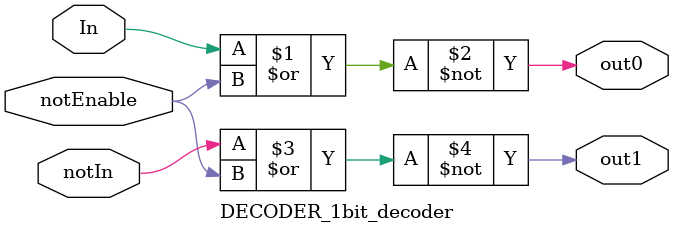
<source format=v>
module DECODER_1bit_decoder(
        input wire notEnable,
        input wire In,
        input wire notIn,
        output wire out0,
        output wire out1,
    );

    // wire notIn = ~In;

    assign out0 = In ~| notEnable;
    assign out1 = notIn ~| notEnable;

endmodule
</source>
